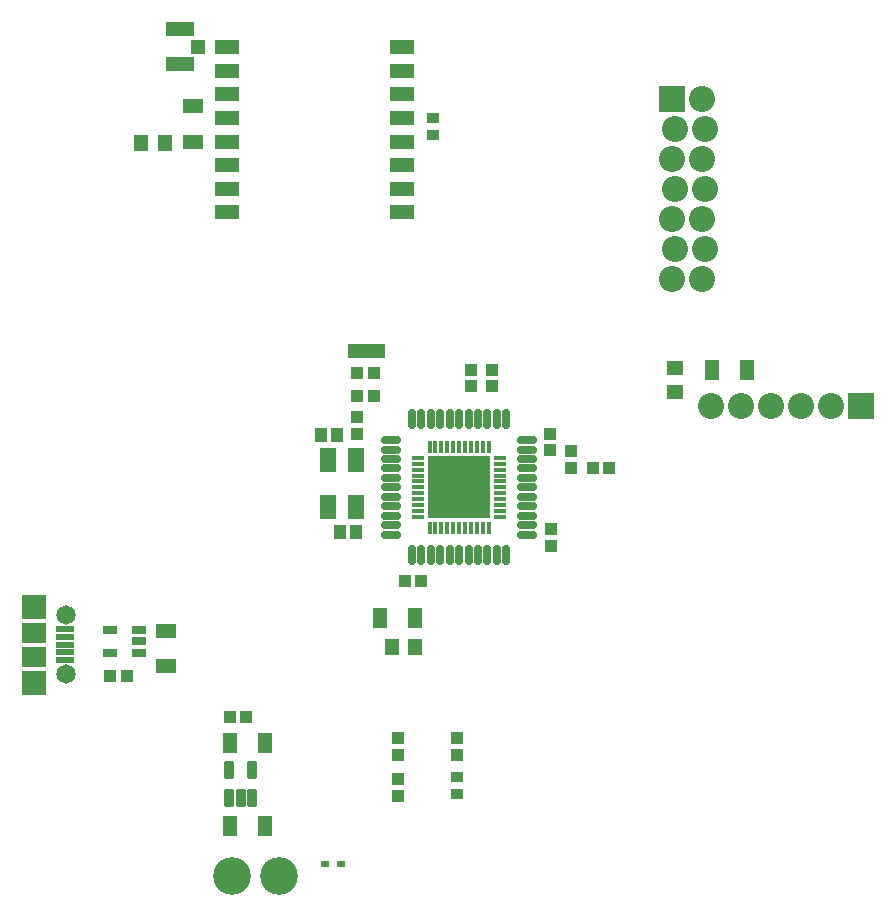
<source format=gts>
G04*
G04 #@! TF.GenerationSoftware,Altium Limited,Altium Designer,20.2.7 (254)*
G04*
G04 Layer_Color=8388736*
%FSLAX25Y25*%
%MOIN*%
G70*
G04*
G04 #@! TF.SameCoordinates,A4FD2F15-25C4-4B7E-ACC4-4C6BACDD2ABF*
G04*
G04*
G04 #@! TF.FilePolarity,Negative*
G04*
G01*
G75*
%ADD39R,0.04737X0.07099*%
%ADD40R,0.05721X0.04737*%
%ADD41R,0.05524X0.07887*%
%ADD42R,0.04343X0.04737*%
%ADD43R,0.04147X0.04147*%
%ADD44R,0.03950X0.01784*%
%ADD45R,0.01784X0.03950*%
%ADD46O,0.02965X0.06706*%
%ADD47O,0.06706X0.02965*%
%ADD48R,0.20879X0.20879*%
%ADD49R,0.04343X0.03556*%
%ADD50R,0.04147X0.04147*%
%ADD51R,0.04737X0.05721*%
%ADD52R,0.02769X0.02375*%
G04:AMPARAMS|DCode=53|XSize=31.62mil|YSize=61.15mil|CornerRadius=5.77mil|HoleSize=0mil|Usage=FLASHONLY|Rotation=0.000|XOffset=0mil|YOffset=0mil|HoleType=Round|Shape=RoundedRectangle|*
%AMROUNDEDRECTD53*
21,1,0.03162,0.04961,0,0,0.0*
21,1,0.02008,0.06115,0,0,0.0*
1,1,0.01154,0.01004,-0.02480*
1,1,0.01154,-0.01004,-0.02480*
1,1,0.01154,-0.01004,0.02480*
1,1,0.01154,0.01004,0.02480*
%
%ADD53ROUNDEDRECTD53*%
%ADD54R,0.07099X0.04737*%
%ADD55R,0.04737X0.03162*%
%ADD56R,0.08280X0.07887*%
%ADD57R,0.08280X0.06706*%
%ADD58R,0.06115X0.02375*%
%ADD59R,0.08477X0.04934*%
%ADD60R,0.09461X0.04934*%
%ADD61R,0.04934X0.04737*%
%ADD62R,0.04737X0.04737*%
%ADD63R,0.08674X0.08674*%
%ADD64C,0.08674*%
%ADD65R,0.08674X0.08674*%
%ADD66C,0.12611*%
%ADD67O,0.07099X0.03950*%
%ADD68C,0.06509*%
G36*
X110665Y188476D02*
X122968D01*
Y183752D01*
X110665D01*
Y188476D01*
D02*
G37*
D39*
X243701Y179921D02*
D03*
X231890D02*
D03*
X121295Y97137D02*
D03*
X133106D02*
D03*
X83106Y27846D02*
D03*
X71295D02*
D03*
X83106Y55405D02*
D03*
X71295D02*
D03*
D40*
X219685Y180315D02*
D03*
Y172441D02*
D03*
D41*
X103972Y134145D02*
D03*
Y149893D02*
D03*
X113421D02*
D03*
Y134145D02*
D03*
D42*
X113323Y125877D02*
D03*
X108008D02*
D03*
X101673Y158268D02*
D03*
X106988D02*
D03*
D43*
X113815Y164067D02*
D03*
Y158555D02*
D03*
X151610Y174303D02*
D03*
Y179815D02*
D03*
X158697Y174303D02*
D03*
Y179815D02*
D03*
X146850Y51468D02*
D03*
Y56980D02*
D03*
X127165Y51468D02*
D03*
X127165Y56980D02*
D03*
X127165Y37795D02*
D03*
Y43307D02*
D03*
X178382Y126665D02*
D03*
Y121153D02*
D03*
X177988Y153043D02*
D03*
Y158555D02*
D03*
X185075Y152649D02*
D03*
Y147137D02*
D03*
D44*
X134090Y132767D02*
D03*
X134090Y130799D02*
D03*
Y150484D02*
D03*
Y148515D02*
D03*
Y146547D02*
D03*
Y144578D02*
D03*
Y142610D02*
D03*
X134090Y140641D02*
D03*
X134090Y138673D02*
D03*
Y136704D02*
D03*
X134090Y134736D02*
D03*
X161256Y148515D02*
D03*
Y150484D02*
D03*
Y130799D02*
D03*
Y132767D02*
D03*
Y134736D02*
D03*
Y136704D02*
D03*
Y138673D02*
D03*
Y140641D02*
D03*
Y142610D02*
D03*
Y144578D02*
D03*
Y146547D02*
D03*
D45*
X137831Y127059D02*
D03*
X139799D02*
D03*
X141768Y127059D02*
D03*
X143736Y127059D02*
D03*
X145705D02*
D03*
X147673Y127059D02*
D03*
X149642Y127059D02*
D03*
X151610D02*
D03*
X153579Y127059D02*
D03*
X137831Y154224D02*
D03*
X139799D02*
D03*
X141768Y154224D02*
D03*
X143736Y154224D02*
D03*
X145705D02*
D03*
X147673Y154224D02*
D03*
X149642Y154224D02*
D03*
X151610D02*
D03*
X153579Y154224D02*
D03*
X155547Y127059D02*
D03*
Y154224D02*
D03*
X157516Y127059D02*
D03*
X157516Y154224D02*
D03*
D46*
X163421Y163279D02*
D03*
X160272D02*
D03*
X157122D02*
D03*
X153972D02*
D03*
X150823D02*
D03*
X147673Y163279D02*
D03*
X144524Y163279D02*
D03*
X141374D02*
D03*
X138224D02*
D03*
X135075D02*
D03*
X131925D02*
D03*
X131925Y118003D02*
D03*
X135075D02*
D03*
X138224D02*
D03*
X141374Y118003D02*
D03*
X144524Y118003D02*
D03*
X147673Y118003D02*
D03*
X150823D02*
D03*
X153972D02*
D03*
X157122Y118003D02*
D03*
X160272D02*
D03*
X163421D02*
D03*
D47*
X125035Y156389D02*
D03*
Y153240D02*
D03*
Y150090D02*
D03*
Y146941D02*
D03*
Y143791D02*
D03*
Y140641D02*
D03*
Y137492D02*
D03*
Y134342D02*
D03*
Y131193D02*
D03*
Y128043D02*
D03*
Y124893D02*
D03*
X170311D02*
D03*
Y128043D02*
D03*
Y131193D02*
D03*
Y134342D02*
D03*
Y137492D02*
D03*
Y140641D02*
D03*
Y143791D02*
D03*
Y146941D02*
D03*
Y150090D02*
D03*
Y153240D02*
D03*
Y156389D02*
D03*
D48*
X147673Y140641D02*
D03*
D49*
X138976Y258268D02*
D03*
Y263779D02*
D03*
X146850Y44094D02*
D03*
Y38583D02*
D03*
D50*
X135075Y109342D02*
D03*
X129563D02*
D03*
X76807Y64066D02*
D03*
X71295D02*
D03*
X31389Y77917D02*
D03*
X36901D02*
D03*
X119327Y171153D02*
D03*
X113815D02*
D03*
Y178633D02*
D03*
X119327D02*
D03*
X192161Y147137D02*
D03*
X197673D02*
D03*
D51*
X133071Y87402D02*
D03*
X125197D02*
D03*
X41732Y255512D02*
D03*
X49606D02*
D03*
D52*
X103150Y14961D02*
D03*
X108268D02*
D03*
D53*
X71098Y46291D02*
D03*
X78579D02*
D03*
Y36960D02*
D03*
X74839D02*
D03*
X71098D02*
D03*
D54*
X49893Y81067D02*
D03*
X49893Y92878D02*
D03*
X59055Y267717D02*
D03*
Y255906D02*
D03*
D55*
X40838Y85595D02*
D03*
X40838Y89335D02*
D03*
X40838Y93075D02*
D03*
X31389D02*
D03*
X31389Y85595D02*
D03*
D56*
X5906Y75590D02*
D03*
Y100787D02*
D03*
D57*
Y84252D02*
D03*
Y92126D02*
D03*
D58*
X16437Y83071D02*
D03*
Y85630D02*
D03*
Y88189D02*
D03*
Y90748D02*
D03*
Y93307D02*
D03*
D59*
X128740Y232283D02*
D03*
Y240158D02*
D03*
Y248031D02*
D03*
Y255906D02*
D03*
Y263779D02*
D03*
Y271654D02*
D03*
Y279527D02*
D03*
Y287402D02*
D03*
X70472D02*
D03*
Y279527D02*
D03*
Y271654D02*
D03*
Y263779D02*
D03*
Y255906D02*
D03*
Y248031D02*
D03*
Y240158D02*
D03*
Y232283D02*
D03*
D60*
X54724Y293307D02*
D03*
Y281693D02*
D03*
D61*
X60728Y287500D02*
D03*
D62*
X120114Y186114D02*
D03*
X113028D02*
D03*
D63*
X281811Y167717D02*
D03*
D64*
X251811D02*
D03*
X261811D02*
D03*
X271811D02*
D03*
X231811D02*
D03*
X241811D02*
D03*
X229803Y260157D02*
D03*
X219803Y260157D02*
D03*
X229803Y240158D02*
D03*
X219803D02*
D03*
X228622Y250157D02*
D03*
X218622D02*
D03*
X228622Y270158D02*
D03*
X218622Y230157D02*
D03*
X228622D02*
D03*
X219803Y220158D02*
D03*
X229803Y220158D02*
D03*
X218622Y210157D02*
D03*
X228622D02*
D03*
D65*
X218622Y270158D02*
D03*
D66*
X87795Y11024D02*
D03*
X72047D02*
D03*
D67*
X5906Y74410D02*
D03*
X5906Y101969D02*
D03*
D68*
X16535Y78347D02*
D03*
Y98032D02*
D03*
M02*

</source>
